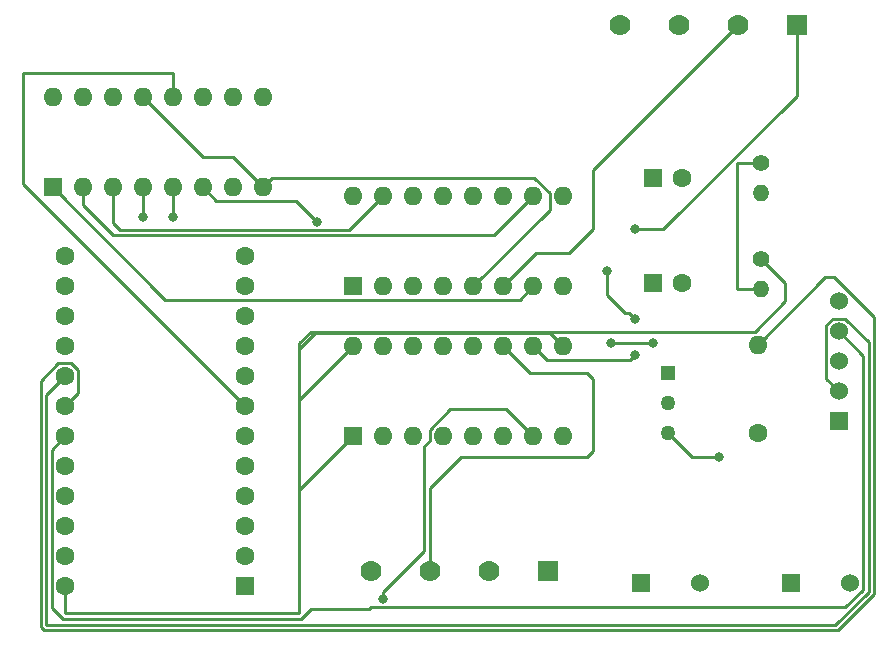
<source format=gbr>
%TF.GenerationSoftware,KiCad,Pcbnew,(5.1.9)-1*%
%TF.CreationDate,2021-04-29T20:48:40-07:00*%
%TF.ProjectId,bbot-pcb,62626f74-2d70-4636-922e-6b696361645f,rev?*%
%TF.SameCoordinates,Original*%
%TF.FileFunction,Copper,L1,Top*%
%TF.FilePolarity,Positive*%
%FSLAX46Y46*%
G04 Gerber Fmt 4.6, Leading zero omitted, Abs format (unit mm)*
G04 Created by KiCad (PCBNEW (5.1.9)-1) date 2021-04-29 20:48:40*
%MOMM*%
%LPD*%
G01*
G04 APERTURE LIST*
%TA.AperFunction,ComponentPad*%
%ADD10C,1.600000*%
%TD*%
%TA.AperFunction,ComponentPad*%
%ADD11R,1.600000X1.600000*%
%TD*%
%TA.AperFunction,ComponentPad*%
%ADD12R,1.524000X1.524000*%
%TD*%
%TA.AperFunction,ComponentPad*%
%ADD13C,1.524000*%
%TD*%
%TA.AperFunction,ComponentPad*%
%ADD14O,1.600000X1.600000*%
%TD*%
%TA.AperFunction,ComponentPad*%
%ADD15R,1.270000X1.270000*%
%TD*%
%TA.AperFunction,ComponentPad*%
%ADD16C,1.270000*%
%TD*%
%TA.AperFunction,ComponentPad*%
%ADD17O,1.400000X1.400000*%
%TD*%
%TA.AperFunction,ComponentPad*%
%ADD18C,1.400000*%
%TD*%
%TA.AperFunction,ComponentPad*%
%ADD19R,1.778000X1.778000*%
%TD*%
%TA.AperFunction,ComponentPad*%
%ADD20C,1.778000*%
%TD*%
%TA.AperFunction,ViaPad*%
%ADD21C,0.800000*%
%TD*%
%TA.AperFunction,Conductor*%
%ADD22C,0.250000*%
%TD*%
G04 APERTURE END LIST*
D10*
%TO.P,U4,24*%
%TO.N,/5V*%
X171196000Y-85090000D03*
%TO.P,U4,23*%
%TO.N,Net-(U4-Pad23)*%
X171196000Y-82550000D03*
%TO.P,U4,22*%
%TO.N,Net-(U4-Pad22)*%
X171196000Y-80010000D03*
%TO.P,U4,21*%
%TO.N,Net-(U4-Pad21)*%
X171196000Y-77470000D03*
%TO.P,U4,20*%
%TO.N,Net-(U4-Pad20)*%
X171196000Y-74930000D03*
%TO.P,U4,19*%
%TO.N,/A2*%
X171196000Y-72390000D03*
%TO.P,U4,18*%
%TO.N,/A1*%
X171196000Y-69850000D03*
%TO.P,U4,17*%
%TO.N,/A0*%
X171196000Y-67310000D03*
%TO.P,U4,16*%
%TO.N,Net-(U4-Pad16)*%
X171196000Y-64770000D03*
%TO.P,U4,15*%
%TO.N,Net-(U4-Pad15)*%
X171196000Y-62230000D03*
%TO.P,U4,14*%
%TO.N,Net-(U4-Pad14)*%
X171196000Y-59690000D03*
%TO.P,U4,13*%
%TO.N,Net-(U4-Pad13)*%
X171196000Y-57150000D03*
%TO.P,U4,12*%
%TO.N,Net-(U4-Pad12)*%
X186436000Y-57150000D03*
%TO.P,U4,11*%
%TO.N,Net-(U4-Pad11)*%
X186436000Y-59690000D03*
%TO.P,U4,10*%
%TO.N,/SHIFT_CLR*%
X186436000Y-62230000D03*
%TO.P,U4,9*%
%TO.N,/SHIFT_CLCK*%
X186436000Y-64770000D03*
%TO.P,U4,8*%
%TO.N,/SHIFT_DATA*%
X186436000Y-67310000D03*
%TO.P,U4,7*%
%TO.N,/SHIFT_LATCH*%
X186436000Y-69850000D03*
%TO.P,U4,6*%
%TO.N,Net-(U4-Pad6)*%
X186436000Y-72390000D03*
%TO.P,U4,5*%
%TO.N,Net-(U4-Pad5)*%
X186436000Y-74930000D03*
%TO.P,U4,4*%
%TO.N,Net-(U4-Pad4)*%
X186436000Y-77470000D03*
%TO.P,U4,3*%
%TO.N,/GND*%
X186436000Y-80010000D03*
%TO.P,U4,2*%
%TO.N,Net-(U4-Pad2)*%
X186436000Y-82550000D03*
D11*
%TO.P,U4,1*%
%TO.N,Net-(U4-Pad1)*%
X186436000Y-85090000D03*
%TD*%
D12*
%TO.P,BatteryPack1,1*%
%TO.N,Net-(BatteryPack1-Pad1)*%
X220004000Y-84836000D03*
D13*
%TO.P,BatteryPack1,2*%
%TO.N,/GND*%
X225004000Y-84836000D03*
%TD*%
D14*
%TO.P,C2,2*%
%TO.N,/A1*%
X229870000Y-64636000D03*
D10*
%TO.P,C2,1*%
%TO.N,Net-(C2-Pad1)*%
X229870000Y-72136000D03*
%TD*%
D11*
%TO.P,C4,1*%
%TO.N,Net-(C4-Pad1)*%
X220980000Y-50546000D03*
D10*
%TO.P,C4,2*%
%TO.N,/5V*%
X223480000Y-50546000D03*
%TD*%
%TO.P,C5,2*%
%TO.N,Net-(C5-Pad2)*%
X223480000Y-59436000D03*
D11*
%TO.P,C5,1*%
%TO.N,/12V*%
X220980000Y-59436000D03*
%TD*%
D15*
%TO.P,MOSFET1,1*%
%TO.N,Net-(C5-Pad2)*%
X222250000Y-67056000D03*
D16*
%TO.P,MOSFET1,2*%
%TO.N,/GND*%
X222250000Y-69596000D03*
%TO.P,MOSFET1,3*%
%TO.N,Net-(C4-Pad1)*%
X222250000Y-72136000D03*
%TD*%
D11*
%TO.P,MOTOR1_L293D1,1*%
%TO.N,/5V*%
X195580000Y-59690000D03*
D14*
%TO.P,MOTOR1_L293D1,9*%
X213360000Y-52070000D03*
%TO.P,MOTOR1_L293D1,2*%
%TO.N,/MOTOR1_A*%
X198120000Y-59690000D03*
%TO.P,MOTOR1_L293D1,10*%
%TO.N,/MOTOR1_C*%
X210820000Y-52070000D03*
%TO.P,MOTOR1_L293D1,3*%
%TO.N,/MOTOR1_PHASE_A*%
X200660000Y-59690000D03*
%TO.P,MOTOR1_L293D1,11*%
%TO.N,/MOTOR1_PHASE_C*%
X208280000Y-52070000D03*
%TO.P,MOTOR1_L293D1,4*%
%TO.N,Net-(MOTOR1_L293D1-Pad4)*%
X203200000Y-59690000D03*
%TO.P,MOTOR1_L293D1,12*%
%TO.N,Net-(MOTOR1_L293D1-Pad12)*%
X205740000Y-52070000D03*
%TO.P,MOTOR1_L293D1,5*%
%TO.N,/GND*%
X205740000Y-59690000D03*
%TO.P,MOTOR1_L293D1,13*%
%TO.N,Net-(MOTOR1_L293D1-Pad13)*%
X203200000Y-52070000D03*
%TO.P,MOTOR1_L293D1,6*%
%TO.N,/MOTOR1_PHASE_B*%
X208280000Y-59690000D03*
%TO.P,MOTOR1_L293D1,14*%
%TO.N,/MOTOR1_PHASE_D*%
X200660000Y-52070000D03*
%TO.P,MOTOR1_L293D1,7*%
%TO.N,/MOTOR1_B*%
X210820000Y-59690000D03*
%TO.P,MOTOR1_L293D1,15*%
%TO.N,/MOTOR1_D*%
X198120000Y-52070000D03*
%TO.P,MOTOR1_L293D1,8*%
%TO.N,/12V*%
X213360000Y-59690000D03*
%TO.P,MOTOR1_L293D1,16*%
%TO.N,/5V*%
X195580000Y-52070000D03*
%TD*%
%TO.P,MOTOR2_L293D1,16*%
%TO.N,/5V*%
X195580000Y-64770000D03*
%TO.P,MOTOR2_L293D1,8*%
%TO.N,/12V*%
X213360000Y-72390000D03*
%TO.P,MOTOR2_L293D1,15*%
%TO.N,/MOTOR2_D*%
X198120000Y-64770000D03*
%TO.P,MOTOR2_L293D1,7*%
%TO.N,/MOTOR2_B*%
X210820000Y-72390000D03*
%TO.P,MOTOR2_L293D1,14*%
%TO.N,/MOTOR2_PHASE_D*%
X200660000Y-64770000D03*
%TO.P,MOTOR2_L293D1,6*%
%TO.N,/MOTOR2_PHASE_B*%
X208280000Y-72390000D03*
%TO.P,MOTOR2_L293D1,13*%
%TO.N,Net-(MOTOR2_L293D1-Pad13)*%
X203200000Y-64770000D03*
%TO.P,MOTOR2_L293D1,5*%
%TO.N,Net-(MOTOR2_L293D1-Pad5)*%
X205740000Y-72390000D03*
%TO.P,MOTOR2_L293D1,12*%
%TO.N,/GND*%
X205740000Y-64770000D03*
%TO.P,MOTOR2_L293D1,4*%
%TO.N,Net-(MOTOR2_L293D1-Pad4)*%
X203200000Y-72390000D03*
%TO.P,MOTOR2_L293D1,11*%
%TO.N,/MOTOR2_PHASE_C*%
X208280000Y-64770000D03*
%TO.P,MOTOR2_L293D1,3*%
%TO.N,/MOTOR2_PHASE_A*%
X200660000Y-72390000D03*
%TO.P,MOTOR2_L293D1,10*%
%TO.N,/MOTOR2_C*%
X210820000Y-64770000D03*
%TO.P,MOTOR2_L293D1,2*%
%TO.N,/MOTOR2_A*%
X198120000Y-72390000D03*
%TO.P,MOTOR2_L293D1,9*%
%TO.N,/5V*%
X213360000Y-64770000D03*
D11*
%TO.P,MOTOR2_L293D1,1*%
X195580000Y-72390000D03*
%TD*%
D13*
%TO.P,PowerSwitch1,2*%
%TO.N,/12V*%
X237704000Y-84836000D03*
D12*
%TO.P,PowerSwitch1,1*%
%TO.N,Net-(BatteryPack1-Pad1)*%
X232704000Y-84836000D03*
%TD*%
D17*
%TO.P,R1,2*%
%TO.N,/3V*%
X230124000Y-59944000D03*
D18*
%TO.P,R1,1*%
%TO.N,/5V*%
X230124000Y-57404000D03*
%TD*%
%TO.P,R2,1*%
%TO.N,/3V*%
X230124000Y-49276000D03*
D17*
%TO.P,R2,2*%
%TO.N,/GND*%
X230124000Y-51816000D03*
%TD*%
D11*
%TO.P,SHIFT_REGISTER1,1*%
%TO.N,/MOTOR1_B*%
X170180000Y-51308000D03*
D14*
%TO.P,SHIFT_REGISTER1,9*%
%TO.N,Net-(SHIFT_REGISTER1-Pad9)*%
X187960000Y-43688000D03*
%TO.P,SHIFT_REGISTER1,2*%
%TO.N,/MOTOR1_C*%
X172720000Y-51308000D03*
%TO.P,SHIFT_REGISTER1,10*%
%TO.N,/SHIFT_CLR*%
X185420000Y-43688000D03*
%TO.P,SHIFT_REGISTER1,3*%
%TO.N,/MOTOR1_D*%
X175260000Y-51308000D03*
%TO.P,SHIFT_REGISTER1,11*%
%TO.N,/SHIFT_CLCK*%
X182880000Y-43688000D03*
%TO.P,SHIFT_REGISTER1,4*%
%TO.N,/MOTOR2_A*%
X177800000Y-51308000D03*
%TO.P,SHIFT_REGISTER1,12*%
%TO.N,/SHIFT_LATCH*%
X180340000Y-43688000D03*
%TO.P,SHIFT_REGISTER1,5*%
%TO.N,/MOTOR2_B*%
X180340000Y-51308000D03*
%TO.P,SHIFT_REGISTER1,13*%
%TO.N,/GND*%
X177800000Y-43688000D03*
%TO.P,SHIFT_REGISTER1,6*%
%TO.N,/MOTOR2_C*%
X182880000Y-51308000D03*
%TO.P,SHIFT_REGISTER1,14*%
%TO.N,/SHIFT_DATA*%
X175260000Y-43688000D03*
%TO.P,SHIFT_REGISTER1,7*%
%TO.N,/MOTOR2_D*%
X185420000Y-51308000D03*
%TO.P,SHIFT_REGISTER1,15*%
%TO.N,/MOTOR1_A*%
X172720000Y-43688000D03*
%TO.P,SHIFT_REGISTER1,8*%
%TO.N,/GND*%
X187960000Y-51308000D03*
%TO.P,SHIFT_REGISTER1,16*%
%TO.N,/5V*%
X170180000Y-43688000D03*
%TD*%
D19*
%TO.P,U1,1*%
%TO.N,/MOTOR2_PHASE_A*%
X212090000Y-83820000D03*
D20*
%TO.P,U1,2*%
%TO.N,/MOTOR2_PHASE_B*%
X207090000Y-83820000D03*
%TO.P,U1,3*%
%TO.N,/MOTOR2_PHASE_C*%
X202090000Y-83820000D03*
%TO.P,U1,4*%
%TO.N,/MOTOR2_PHASE_D*%
X197090000Y-83820000D03*
%TD*%
D12*
%TO.P,U2,1*%
%TO.N,/3V*%
X236728000Y-71120000D03*
D13*
%TO.P,U2,2*%
%TO.N,/A0*%
X236728000Y-68580000D03*
%TO.P,U2,3*%
%TO.N,Net-(C2-Pad1)*%
X236728000Y-66040000D03*
%TO.P,U2,4*%
%TO.N,/A2*%
X236728000Y-63500000D03*
%TO.P,U2,5*%
%TO.N,/GND*%
X236728000Y-60960000D03*
%TD*%
D20*
%TO.P,U3,4*%
%TO.N,/MOTOR1_PHASE_D*%
X218172000Y-37592000D03*
%TO.P,U3,3*%
%TO.N,/MOTOR1_PHASE_C*%
X223172000Y-37592000D03*
%TO.P,U3,2*%
%TO.N,/MOTOR1_PHASE_B*%
X228172000Y-37592000D03*
D19*
%TO.P,U3,1*%
%TO.N,/MOTOR1_PHASE_A*%
X233172000Y-37592000D03*
%TD*%
D21*
%TO.N,/MOTOR1_PHASE_A*%
X219456000Y-54864000D03*
%TO.N,/12V*%
X217424000Y-64516000D03*
X220980000Y-64516000D03*
%TO.N,/MOTOR2_C*%
X192532000Y-54196990D03*
X217075009Y-58420000D03*
X219456000Y-62484000D03*
X219456000Y-65532000D03*
%TO.N,/MOTOR2_B*%
X180340000Y-53848000D03*
X198120000Y-86143000D03*
%TO.N,/MOTOR2_A*%
X177800000Y-53848000D03*
%TO.N,Net-(C4-Pad1)*%
X226568000Y-74168000D03*
%TD*%
D22*
%TO.N,/MOTOR2_PHASE_C*%
X215392000Y-67056000D02*
X210566000Y-67056000D01*
X215900000Y-67564000D02*
X215392000Y-67056000D01*
X215900000Y-73660000D02*
X215900000Y-67564000D01*
X215392000Y-74168000D02*
X215900000Y-73660000D01*
X210566000Y-67056000D02*
X208280000Y-64770000D01*
X204724000Y-74168000D02*
X215392000Y-74168000D01*
X202090000Y-76802000D02*
X204724000Y-74168000D01*
X202090000Y-83820000D02*
X202090000Y-76802000D01*
%TO.N,/MOTOR1_PHASE_B*%
X215900000Y-51308000D02*
X215900000Y-54864000D01*
X215900000Y-54864000D02*
X213868000Y-56896000D01*
X211074000Y-56896000D02*
X208280000Y-59690000D01*
X213868000Y-56896000D02*
X211074000Y-56896000D01*
X215900000Y-49864000D02*
X228172000Y-37592000D01*
X215900000Y-51308000D02*
X215900000Y-49864000D01*
%TO.N,/MOTOR1_PHASE_A*%
X233172000Y-43559590D02*
X233172000Y-37592000D01*
X221867590Y-54864000D02*
X233172000Y-43559590D01*
X219456000Y-54864000D02*
X221867590Y-54864000D01*
%TO.N,/12V*%
X217424000Y-64516000D02*
X220980000Y-64516000D01*
%TO.N,/MOTOR2_C*%
X190768011Y-52433001D02*
X192532000Y-54196990D01*
X184005001Y-52433001D02*
X190768011Y-52433001D01*
X182880000Y-51308000D02*
X184005001Y-52433001D01*
X217075009Y-60421401D02*
X218629608Y-61976000D01*
X217075009Y-58420000D02*
X217075009Y-60421401D01*
X218948000Y-61976000D02*
X219456000Y-62484000D01*
X218629608Y-61976000D02*
X218948000Y-61976000D01*
X211981999Y-65931999D02*
X210820000Y-64770000D01*
X219056001Y-65931999D02*
X211981999Y-65931999D01*
X219456000Y-65532000D02*
X219056001Y-65931999D01*
%TO.N,/MOTOR2_B*%
X180340000Y-51308000D02*
X180340000Y-53848000D01*
X202074999Y-71849999D02*
X203820998Y-70104000D01*
X202074999Y-72753001D02*
X202074999Y-71849999D01*
X201639990Y-73188010D02*
X202074999Y-72753001D01*
X201639990Y-82057325D02*
X201639990Y-73188010D01*
X198120000Y-85577315D02*
X201639990Y-82057325D01*
X198120000Y-86143000D02*
X198120000Y-85577315D01*
X208534000Y-70104000D02*
X210820000Y-72390000D01*
X203820998Y-70104000D02*
X208534000Y-70104000D01*
%TO.N,/MOTOR2_A*%
X177800000Y-51308000D02*
X177800000Y-53340000D01*
X177800000Y-53340000D02*
X177800000Y-53848000D01*
%TO.N,/MOTOR1_D*%
X175260000Y-51308000D02*
X175260000Y-54356000D01*
X175260000Y-54356000D02*
X175825990Y-54921990D01*
X195268010Y-54921990D02*
X198120000Y-52070000D01*
X175825990Y-54921990D02*
X195268010Y-54921990D01*
%TO.N,/MOTOR1_C*%
X172720000Y-51308000D02*
X172720000Y-52832000D01*
X172720000Y-52832000D02*
X175260000Y-55372000D01*
X207518000Y-55372000D02*
X210820000Y-52070000D01*
X175260000Y-55372000D02*
X207518000Y-55372000D01*
%TO.N,/MOTOR1_B*%
X209694999Y-60815001D02*
X210820000Y-59690000D01*
X179687001Y-60815001D02*
X209694999Y-60815001D01*
X170180000Y-51308000D02*
X179687001Y-60815001D01*
%TO.N,/A2*%
X191194400Y-87826010D02*
X192024000Y-86996410D01*
X170070999Y-86887409D02*
X171009600Y-87826010D01*
X170070999Y-73515001D02*
X170070999Y-86887409D01*
X171009600Y-87826010D02*
X191194400Y-87826010D01*
X171196000Y-72390000D02*
X170070999Y-73515001D01*
X196975590Y-86996410D02*
X197104000Y-86868000D01*
X192024000Y-86996410D02*
X196975590Y-86996410D01*
X238791001Y-65563001D02*
X236728000Y-63500000D01*
X238791001Y-85357761D02*
X238791001Y-65563001D01*
X237280762Y-86868000D02*
X238791001Y-85357761D01*
X197104000Y-86868000D02*
X237280762Y-86868000D01*
%TO.N,/A1*%
X239691021Y-62314259D02*
X236304762Y-58928000D01*
X169434589Y-88790999D02*
X236630584Y-88790998D01*
X169170979Y-88527389D02*
X169434589Y-88790999D01*
X239691021Y-85730561D02*
X239691021Y-62314259D01*
X169170979Y-67670019D02*
X169170979Y-88527389D01*
X170655999Y-66184999D02*
X169170979Y-67670019D01*
X171736001Y-66184999D02*
X170655999Y-66184999D01*
X172321001Y-66769999D02*
X171736001Y-66184999D01*
X236630584Y-88790998D02*
X239691021Y-85730561D01*
X172321001Y-68724999D02*
X172321001Y-66769999D01*
X171196000Y-69850000D02*
X172321001Y-68724999D01*
X235578000Y-58928000D02*
X229870000Y-64636000D01*
X236304762Y-58928000D02*
X235578000Y-58928000D01*
%TO.N,/A0*%
X235640999Y-67492999D02*
X236728000Y-68580000D01*
X235640999Y-62978239D02*
X235640999Y-67492999D01*
X236206239Y-62412999D02*
X235640999Y-62978239D01*
X237249761Y-62412999D02*
X236206239Y-62412999D01*
X236444183Y-88340989D02*
X239241011Y-85544161D01*
X169620989Y-88340989D02*
X236444183Y-88340989D01*
X169620989Y-68885011D02*
X169620989Y-88340989D01*
X239241011Y-64404249D02*
X237249761Y-62412999D01*
X239241011Y-85544161D02*
X239241011Y-64404249D01*
X171196000Y-67310000D02*
X169620989Y-68885011D01*
%TO.N,/3V*%
X230124000Y-49276000D02*
X228092000Y-49276000D01*
X228092000Y-49276000D02*
X228092000Y-59944000D01*
X228092000Y-59944000D02*
X230124000Y-59944000D01*
%TO.N,Net-(C4-Pad1)*%
X224282000Y-74168000D02*
X222250000Y-72136000D01*
X226568000Y-74168000D02*
X224282000Y-74168000D01*
%TO.N,/GND*%
X177800000Y-43688000D02*
X182880000Y-48768000D01*
X185420000Y-48768000D02*
X187960000Y-51308000D01*
X182880000Y-48768000D02*
X185420000Y-48768000D01*
X212234999Y-51819997D02*
X212234999Y-53195001D01*
X210923003Y-50508001D02*
X212234999Y-51819997D01*
X188759999Y-50508001D02*
X210923003Y-50508001D01*
X212234999Y-53195001D02*
X205740000Y-59690000D01*
X187960000Y-51308000D02*
X188759999Y-50508001D01*
%TO.N,/5V*%
X171196000Y-85090000D02*
X171196000Y-87376000D01*
X171196000Y-87376000D02*
X191008000Y-87376000D01*
X191008000Y-76962000D02*
X195580000Y-72390000D01*
X191008000Y-87376000D02*
X191008000Y-76962000D01*
X191008000Y-69342000D02*
X195580000Y-64770000D01*
X191008000Y-76962000D02*
X191008000Y-69596000D01*
X191008000Y-69596000D02*
X191008000Y-69342000D01*
X212234999Y-63644999D02*
X213360000Y-64770000D01*
X192387001Y-63644999D02*
X212234999Y-63644999D01*
X191008000Y-65024000D02*
X192387001Y-63644999D01*
X191008000Y-65532000D02*
X191008000Y-64516000D01*
X191008000Y-69596000D02*
X191008000Y-65532000D01*
X191008000Y-65532000D02*
X191008000Y-65024000D01*
X192013001Y-63510999D02*
X229605001Y-63510999D01*
X191008000Y-64516000D02*
X192013001Y-63510999D01*
X229605001Y-63510999D02*
X232156000Y-60960000D01*
X232156000Y-59436000D02*
X230124000Y-57404000D01*
X232156000Y-60960000D02*
X232156000Y-59436000D01*
%TO.N,/SHIFT_LATCH*%
X167640000Y-51054000D02*
X186436000Y-69850000D01*
X167640000Y-41656000D02*
X167640000Y-51054000D01*
X180340000Y-41656000D02*
X167640000Y-41656000D01*
X180340000Y-43688000D02*
X180340000Y-41656000D01*
%TD*%
M02*

</source>
